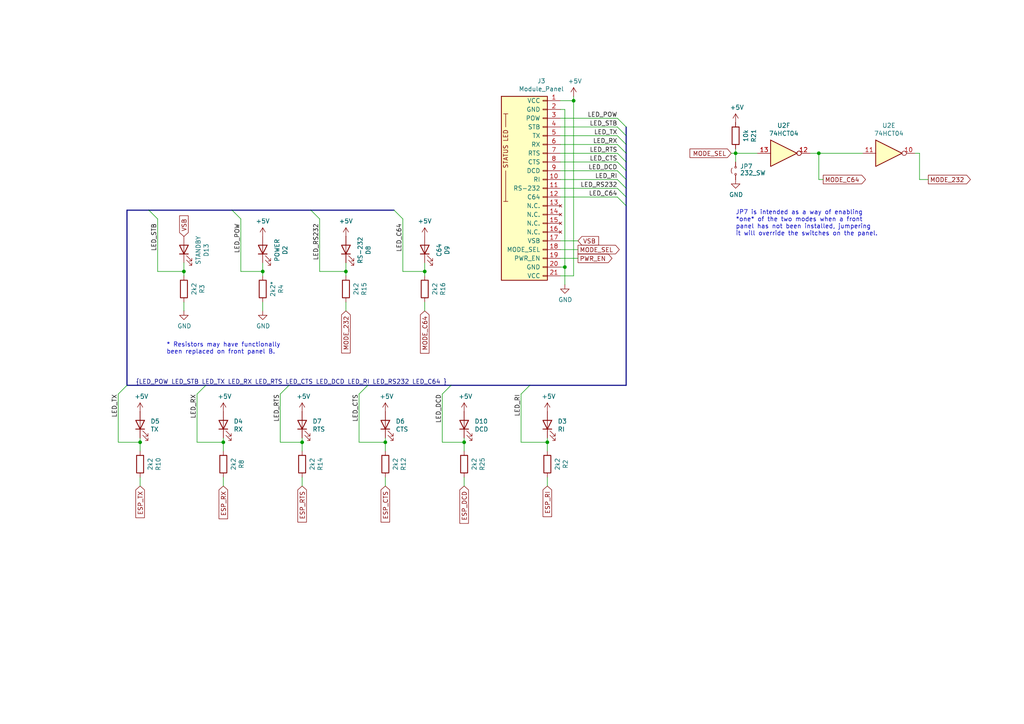
<source format=kicad_sch>
(kicad_sch (version 20231120) (generator "eeschema") (generator_version "8.0")
  (paper "A4")
  (title_block (title "BulkyModem-32 Module (Front Panel)") (comment 3 "LED resistor values are suggested safe values, but need to be adjusted for LEDs used.") (comment 4 "Front panel connector as well as circuitry for switches and LEDs."))
  (lib_symbols
    (symbol "74xx:74HCT04"
      (property "Reference" "U" (at 0 1.27 0))
      (property "Value" "74HCT04" (at 0 -1.27 0))
      (symbol "74HCT04_1_0"
        (polyline (pts (xy -3.81 3.81) (xy -3.81 -3.81) (xy 3.81 0) (xy -3.81 3.81)) (stroke (width 0.254)) (fill (type background)))
        (pin input line (at -7.62 0 0) (length 3.81) (name "~") (number "1"))
        (pin output inverted (at 7.62 0 180) (length 3.81) (name "~") (number "2"))
      )
      (symbol "74HCT04_2_0"
        (polyline (pts (xy -3.81 3.81) (xy -3.81 -3.81) (xy 3.81 0) (xy -3.81 3.81)) (stroke (width 0.254)) (fill (type background)))
        (pin input line (at -7.62 0 0) (length 3.81) (name "~") (number "3"))
        (pin output inverted (at 7.62 0 180) (length 3.81) (name "~") (number "4"))
      )
      (symbol "74HCT04_3_0"
        (polyline (pts (xy -3.81 3.81) (xy -3.81 -3.81) (xy 3.81 0) (xy -3.81 3.81)) (stroke (width 0.254)) (fill (type background)))
        (pin input line (at -7.62 0 0) (length 3.81) (name "~") (number "5"))
        (pin output inverted (at 7.62 0 180) (length 3.81) (name "~") (number "6"))
      )
      (symbol "74HCT04_4_0"
        (polyline (pts (xy -3.81 3.81) (xy -3.81 -3.81) (xy 3.81 0) (xy -3.81 3.81)) (stroke (width 0.254)) (fill (type background)))
        (pin output inverted (at 7.62 0 180) (length 3.81) (name "~") (number "8"))
        (pin input line (at -7.62 0 0) (length 3.81) (name "~") (number "9"))
      )
      (symbol "74HCT04_5_0"
        (polyline (pts (xy -3.81 3.81) (xy -3.81 -3.81) (xy 3.81 0) (xy -3.81 3.81)) (stroke (width 0.254)) (fill (type background)))
        (pin output inverted (at 7.62 0 180) (length 3.81) (name "~") (number "10"))
        (pin input line (at -7.62 0 0) (length 3.81) (name "~") (number "11"))
      )
      (symbol "74HCT04_6_0"
        (polyline (pts (xy -3.81 3.81) (xy -3.81 -3.81) (xy 3.81 0) (xy -3.81 3.81)) (stroke (width 0.254)) (fill (type background)))
        (pin output inverted (at 7.62 0 180) (length 3.81) (name "~") (number "12"))
        (pin input line (at -7.62 0 0) (length 3.81) (name "~") (number "13"))
      )
      (symbol "74HCT04_7_0"
        (pin power_in line (at 0 12.7 270) (length 5.08) (name "VCC") (number "14"))
        (pin power_in line (at 0 -12.7 90) (length 5.08) (name "GND") (number "7"))
      )
      (symbol "74HCT04_7_1"
        (rectangle (start -5.08 7.62) (end 5.08 -7.62) (stroke (width 0.254)) (fill (type background)))
      )
    )
    (symbol "BulkyModem:Module_Panel" (pin_names (offset 2.0066))
      (property "Reference" "J" (at 0 27.94 0))
      (property "Value" "Module_Panel" (at 0 -27.94 0))
      (symbol "Module_Panel_0_0"
        (polyline (pts (xy 10.795 -3.81) (xy 10.795 5.08)))
        (polyline (pts (xy 10.795 21.59) (xy 10.795 17.78)))
        (text "STATUS LED" (at 10.795 11.43 900) (effects (font (size 1.27 1.27))))
      )
      (symbol "Module_Panel_0_1"
        (rectangle (start -1.27 26.67) (end 12.065 -26.67) (stroke (width 0.254)) (fill (type background)))
        (polyline (pts (xy 10.16 21.59) (xy 11.43 21.59)))
        (polyline (pts (xy 11.43 -3.81) (xy 10.16 -3.81)))
      )
      (symbol "Module_Panel_1_1"
        (rectangle (start -1.27 -25.273) (end 0 -25.527) (stroke (width 0.1524)))
        (rectangle (start -1.27 -22.733) (end 0 -22.987) (stroke (width 0.1524)))
        (rectangle (start -1.27 -20.193) (end 0 -20.447) (stroke (width 0.1524)))
        (rectangle (start -1.27 -17.653) (end 0 -17.907) (stroke (width 0.1524)))
        (rectangle (start -1.27 -15.113) (end 0 -15.367) (stroke (width 0.1524)))
        (rectangle (start -1.27 -12.573) (end 0 -12.827) (stroke (width 0.1524)))
        (rectangle (start -1.27 -10.033) (end 0 -10.287) (stroke (width 0.1524)))
        (rectangle (start -1.27 -7.493) (end 0 -7.747) (stroke (width 0.1524)))
        (rectangle (start -1.27 -4.953) (end 0 -5.207) (stroke (width 0.1524)))
        (rectangle (start -1.27 -2.413) (end 0 -2.667) (stroke (width 0.1524)))
        (rectangle (start -1.27 0.127) (end 0 -0.127) (stroke (width 0.1524)))
        (rectangle (start -1.27 2.667) (end 0 2.413) (stroke (width 0.1524)))
        (rectangle (start -1.27 5.207) (end 0 4.953) (stroke (width 0.1524)))
        (rectangle (start -1.27 7.747) (end 0 7.493) (stroke (width 0.1524)))
        (rectangle (start -1.27 10.287) (end 0 10.033) (stroke (width 0.1524)))
        (rectangle (start -1.27 12.827) (end 0 12.573) (stroke (width 0.1524)))
        (rectangle (start -1.27 15.367) (end 0 15.113) (stroke (width 0.1524)))
        (rectangle (start -1.27 17.907) (end 0 17.653) (stroke (width 0.1524)))
        (rectangle (start -1.27 20.447) (end 0 20.193) (stroke (width 0.1524)))
        (rectangle (start -1.27 22.987) (end 0 22.733) (stroke (width 0.1524)))
        (rectangle (start -1.27 25.527) (end 0 25.273) (stroke (width 0.1524)))
        (pin power_in line (at -5.08 25.4 0) (length 3.81) (name "VCC") (number "1"))
        (pin passive line (at -5.08 2.54 0) (length 3.81) (name "RI") (number "10"))
        (pin passive line (at -5.08 0 0) (length 3.81) (name "RS-232") (number "11"))
        (pin passive line (at -5.08 -2.54 0) (length 3.81) (name "C64") (number "12"))
        (pin no_connect line (at -5.08 -5.08 0) (length 3.81) (name "N.C.") (number "13"))
        (pin no_connect line (at -5.08 -7.62 0) (length 3.81) (name "N.C.") (number "14"))
        (pin no_connect line (at -5.08 -10.16 0) (length 3.81) (name "N.C.") (number "15"))
        (pin no_connect line (at -5.08 -12.7 0) (length 3.81) (name "N.C.") (number "16"))
        (pin passive line (at -5.08 -15.24 0) (length 3.81) (name "VSB") (number "17"))
        (pin passive line (at -5.08 -17.78 0) (length 3.81) (name "MODE_SEL") (number "18"))
        (pin passive line (at -5.08 -20.32 0) (length 3.81) (name "PWR_EN") (number "19"))
        (pin power_in line (at -5.08 22.86 0) (length 3.81) (name "GND") (number "2"))
        (pin passive line (at -5.08 -22.86 0) (length 3.81) (name "GND") (number "20"))
        (pin passive line (at -5.08 -25.4 0) (length 3.81) (name "VCC") (number "21"))
        (pin passive line (at -5.08 20.32 0) (length 3.81) (name "POW") (number "3"))
        (pin passive line (at -5.08 17.78 0) (length 3.81) (name "STB") (number "4"))
        (pin passive line (at -5.08 15.24 0) (length 3.81) (name "TX") (number "5"))
        (pin passive line (at -5.08 12.7 0) (length 3.81) (name "RX") (number "6"))
        (pin passive line (at -5.08 10.16 0) (length 3.81) (name "RTS") (number "7"))
        (pin passive line (at -5.08 7.62 0) (length 3.81) (name "CTS") (number "8"))
        (pin passive line (at -5.08 5.08 0) (length 3.81) (name "DCD") (number "9"))
      )
    )
    (symbol "Device:LED" (pin_numbers hide) (pin_names (offset 1.016) hide)
      (property "Reference" "D" (at 0 2.54 0))
      (property "Value" "LED" (at 0 -2.54 0))
      (symbol "LED_0_1"
        (polyline (pts (xy -1.27 -1.27) (xy -1.27 1.27)) (stroke (width 0.254)))
        (polyline (pts (xy -1.27 0) (xy 1.27 0)))
        (polyline (pts (xy 1.27 -1.27) (xy 1.27 1.27) (xy -1.27 0) (xy 1.27 -1.27)) (stroke (width 0.254)))
        (polyline (pts (xy -3.048 -0.762) (xy -4.572 -2.286) (xy -3.81 -2.286) (xy -4.572 -2.286) (xy -4.572 -1.524)))
        (polyline (pts (xy -1.778 -0.762) (xy -3.302 -2.286) (xy -2.54 -2.286) (xy -3.302 -2.286) (xy -3.302 -1.524)))
      )
      (symbol "LED_1_1"
        (pin passive line (at -3.81 0 0) (length 2.54) (name "K") (number "1"))
        (pin passive line (at 3.81 0 180) (length 2.54) (name "A") (number "2"))
      )
    )
    (symbol "Device:R" (pin_numbers hide) (pin_names (offset 0))
      (property "Reference" "R" (at 2.032 0 90))
      (property "Value" "R" (at 0 0 90))
      (symbol "R_0_1"
        (rectangle (start -1.016 -2.54) (end 1.016 2.54) (stroke (width 0.254)))
      )
      (symbol "R_1_1"
        (pin passive line (at 0 3.81 270) (length 1.27) (name "~") (number "1"))
        (pin passive line (at 0 -3.81 90) (length 1.27) (name "~") (number "2"))
      )
    )
    (symbol "Jumper:Jumper_2_Small_Open" (pin_numbers hide) (pin_names (offset 0) hide) (exclude_from_sim yes)
      (property "Reference" "JP" (at 0 2.794 0))
      (property "Value" "Jumper_2_Small_Open" (at 0 -2.286 0))
      (symbol "Jumper_2_Small_Open_0_0"
        (circle (center -1.016 0) (radius 0.254))
        (circle (center 1.016 0) (radius 0.254))
      )
      (symbol "Jumper_2_Small_Open_0_1"
        (arc (start 0.762 1.0196) (mid 0 1.2729) (end -0.762 1.0196))
      )
      (symbol "Jumper_2_Small_Open_1_1"
        (pin passive line (at -2.54 0 0) (length 1.27) (name "A") (number "1"))
        (pin passive line (at 2.54 0 180) (length 1.27) (name "B") (number "2"))
      )
    )
    (symbol "power:+5V" (power) (pin_numbers hide) (pin_names (offset 0) hide)
      (property "Value" "+5V" (at 0 3.556 0))
      (symbol "+5V_0_1"
        (polyline (pts (xy -0.762 1.27) (xy 0 2.54)))
        (polyline (pts (xy 0 0) (xy 0 2.54)))
        (polyline (pts (xy 0 2.54) (xy 0.762 1.27)))
      )
      (symbol "+5V_1_1"
        (pin power_in line (at 0 0 90) (length 0) (name "~") (number "1"))
      )
    )
    (symbol "power:GND" (power) (pin_numbers hide) (pin_names (offset 0) hide)
      (property "Value" "GND" (at 0 -3.81 0))
      (symbol "GND_0_1"
        (polyline (pts (xy 0 0) (xy 0 -1.27) (xy 1.27 -1.27) (xy 0 -2.54) (xy -1.27 -1.27) (xy 0 -1.27)))
      )
      (symbol "GND_1_1"
        (pin power_in line (at 0 0 270) (length 0) (name "~") (number "1"))
      )
    )
  )
  (junction (at 40.64 128.27))
  (junction (at 76.2 78.74))
  (junction (at 111.76 128.27))
  (junction (at 64.77 128.27))
  (junction (at 87.63 128.27))
  (junction (at 166.37 29.21))
  (junction (at 53.34 78.74))
  (junction (at 237.49 44.45))
  (junction (at 163.83 77.47))
  (junction (at 123.19 78.74))
  (junction (at 213.36 44.45))
  (junction (at 100.33 78.74))
  (junction (at 158.75 128.27))
  (junction (at 134.62 128.27))
  (bus_entry (at 181.61 59.69) (size -2.54 -2.54))
  (bus_entry (at 114.3 60.96) (size 2.54 2.54))
  (bus_entry (at 106.68 111.76) (size -2.54 2.54))
  (bus_entry (at 181.61 49.53) (size -2.54 -2.54))
  (bus_entry (at 181.61 39.37) (size -2.54 -2.54))
  (bus_entry (at 67.31 60.96) (size 2.54 2.54))
  (bus_entry (at 83.82 111.76) (size -2.54 2.54))
  (bus_entry (at 181.61 52.07) (size -2.54 -2.54))
  (bus_entry (at 153.67 111.76) (size -2.54 2.54))
  (bus_entry (at 36.83 111.76) (size -2.54 2.54))
  (bus_entry (at 59.69 111.76) (size -2.54 2.54))
  (bus_entry (at 181.61 54.61) (size -2.54 -2.54))
  (bus_entry (at 43.18 60.96) (size 2.54 2.54))
  (bus_entry (at 181.61 57.15) (size -2.54 -2.54))
  (bus_entry (at 181.61 44.45) (size -2.54 -2.54))
  (bus_entry (at 181.61 46.99) (size -2.54 -2.54))
  (bus_entry (at 181.61 41.91) (size -2.54 -2.54))
  (bus_entry (at 181.61 36.83) (size -2.54 -2.54))
  (bus_entry (at 130.81 111.76) (size -2.54 2.54))
  (bus_entry (at 90.17 60.96) (size 2.54 2.54))
  (wire (pts (xy 134.62 128.27) (xy 134.62 130.81)))
  (wire (pts (xy 64.77 128.27) (xy 64.77 130.81)))
  (wire (pts (xy 111.76 128.27) (xy 111.76 130.81)))
  (wire (pts (xy 81.28 128.27) (xy 81.28 114.3)))
  (bus (pts (xy 36.83 60.96) (xy 43.18 60.96)))
  (wire (pts (xy 128.27 128.27) (xy 128.27 114.3)))
  (wire (pts (xy 116.84 78.74) (xy 123.19 78.74)))
  (wire (pts (xy 167.64 72.39) (xy 162.56 72.39)))
  (wire (pts (xy 269.24 52.07) (xy 266.7 52.07)))
  (wire (pts (xy 116.84 78.74) (xy 116.84 63.5)))
  (wire (pts (xy 162.56 41.91) (xy 179.07 41.91)))
  (wire (pts (xy 213.36 44.45) (xy 219.71 44.45)))
  (wire (pts (xy 100.33 87.63) (xy 100.33 90.17)))
  (wire (pts (xy 40.64 127) (xy 40.64 128.27)))
  (bus (pts (xy 181.61 46.99) (xy 181.61 49.53)))
  (wire (pts (xy 87.63 127) (xy 87.63 128.27)))
  (bus (pts (xy 181.61 52.07) (xy 181.61 54.61)))
  (wire (pts (xy 76.2 76.2) (xy 76.2 78.74)))
  (bus (pts (xy 36.83 60.96) (xy 36.83 111.76)))
  (bus (pts (xy 83.82 111.76) (xy 106.68 111.76)))
  (wire (pts (xy 123.19 87.63) (xy 123.19 90.17)))
  (wire (pts (xy 166.37 29.21) (xy 166.37 27.94)))
  (wire (pts (xy 111.76 127) (xy 111.76 128.27)))
  (wire (pts (xy 92.71 78.74) (xy 92.71 63.5)))
  (wire (pts (xy 162.56 80.01) (xy 166.37 80.01)))
  (wire (pts (xy 134.62 127) (xy 134.62 128.27)))
  (wire (pts (xy 162.56 36.83) (xy 179.07 36.83)))
  (wire (pts (xy 158.75 128.27) (xy 158.75 130.81)))
  (wire (pts (xy 104.14 128.27) (xy 104.14 114.3)))
  (bus (pts (xy 130.81 111.76) (xy 153.67 111.76)))
  (bus (pts (xy 181.61 39.37) (xy 181.61 41.91)))
  (wire (pts (xy 111.76 138.43) (xy 111.76 140.97)))
  (wire (pts (xy 69.85 78.74) (xy 76.2 78.74)))
  (wire (pts (xy 162.56 52.07) (xy 179.07 52.07)))
  (wire (pts (xy 53.34 87.63) (xy 53.34 90.17)))
  (wire (pts (xy 45.72 78.74) (xy 53.34 78.74)))
  (wire (pts (xy 87.63 138.43) (xy 87.63 140.97)))
  (wire (pts (xy 123.19 78.74) (xy 123.19 80.01)))
  (bus (pts (xy 106.68 111.76) (xy 130.81 111.76)))
  (bus (pts (xy 181.61 49.53) (xy 181.61 52.07)))
  (wire (pts (xy 123.19 76.2) (xy 123.19 78.74)))
  (wire (pts (xy 162.56 74.93) (xy 167.64 74.93)))
  (wire (pts (xy 81.28 128.27) (xy 87.63 128.27)))
  (wire (pts (xy 34.29 128.27) (xy 40.64 128.27)))
  (bus (pts (xy 43.18 60.96) (xy 67.31 60.96)))
  (bus (pts (xy 59.69 111.76) (xy 83.82 111.76)))
  (bus (pts (xy 181.61 59.69) (xy 181.61 111.76)))
  (wire (pts (xy 104.14 128.27) (xy 111.76 128.27)))
  (wire (pts (xy 151.13 128.27) (xy 158.75 128.27)))
  (wire (pts (xy 100.33 78.74) (xy 100.33 80.01)))
  (wire (pts (xy 134.62 138.43) (xy 134.62 140.97)))
  (bus (pts (xy 181.61 41.91) (xy 181.61 44.45)))
  (wire (pts (xy 128.27 128.27) (xy 134.62 128.27)))
  (bus (pts (xy 181.61 54.61) (xy 181.61 57.15)))
  (wire (pts (xy 40.64 138.43) (xy 40.64 140.97)))
  (wire (pts (xy 57.15 128.27) (xy 57.15 114.3)))
  (wire (pts (xy 76.2 87.63) (xy 76.2 90.17)))
  (wire (pts (xy 40.64 128.27) (xy 40.64 130.81)))
  (wire (pts (xy 92.71 78.74) (xy 100.33 78.74)))
  (wire (pts (xy 162.56 57.15) (xy 179.07 57.15)))
  (wire (pts (xy 162.56 77.47) (xy 163.83 77.47)))
  (wire (pts (xy 163.83 77.47) (xy 163.83 82.55)))
  (wire (pts (xy 237.49 52.07) (xy 238.76 52.07)))
  (wire (pts (xy 266.7 44.45) (xy 266.7 52.07)))
  (wire (pts (xy 53.34 78.74) (xy 53.34 80.01)))
  (bus (pts (xy 36.83 111.76) (xy 59.69 111.76)))
  (wire (pts (xy 53.34 76.2) (xy 53.34 78.74)))
  (wire (pts (xy 100.33 76.2) (xy 100.33 78.74)))
  (bus (pts (xy 181.61 44.45) (xy 181.61 46.99)))
  (wire (pts (xy 213.36 44.45) (xy 213.36 43.18)))
  (wire (pts (xy 162.56 34.29) (xy 179.07 34.29)))
  (wire (pts (xy 213.36 46.99) (xy 213.36 44.45)))
  (wire (pts (xy 64.77 127) (xy 64.77 128.27)))
  (wire (pts (xy 237.49 44.45) (xy 237.49 52.07)))
  (wire (pts (xy 158.75 138.43) (xy 158.75 140.97)))
  (wire (pts (xy 163.83 31.75) (xy 163.83 77.47)))
  (wire (pts (xy 69.85 78.74) (xy 69.85 63.5)))
  (wire (pts (xy 167.64 69.85) (xy 162.56 69.85)))
  (wire (pts (xy 162.56 49.53) (xy 179.07 49.53)))
  (wire (pts (xy 212.09 44.45) (xy 213.36 44.45)))
  (wire (pts (xy 87.63 128.27) (xy 87.63 130.81)))
  (bus (pts (xy 181.61 36.83) (xy 181.61 39.37)))
  (wire (pts (xy 162.56 29.21) (xy 166.37 29.21)))
  (wire (pts (xy 64.77 138.43) (xy 64.77 140.97)))
  (wire (pts (xy 166.37 29.21) (xy 166.37 80.01)))
  (wire (pts (xy 250.19 44.45) (xy 237.49 44.45)))
  (wire (pts (xy 162.56 46.99) (xy 179.07 46.99)))
  (wire (pts (xy 45.72 78.74) (xy 45.72 63.5)))
  (wire (pts (xy 76.2 78.74) (xy 76.2 80.01)))
  (wire (pts (xy 34.29 128.27) (xy 34.29 114.3)))
  (wire (pts (xy 162.56 44.45) (xy 179.07 44.45)))
  (bus (pts (xy 90.17 60.96) (xy 114.3 60.96)))
  (wire (pts (xy 57.15 128.27) (xy 64.77 128.27)))
  (wire (pts (xy 162.56 39.37) (xy 179.07 39.37)))
  (wire (pts (xy 266.7 44.45) (xy 265.43 44.45)))
  (bus (pts (xy 67.31 60.96) (xy 90.17 60.96)))
  (bus (pts (xy 181.61 57.15) (xy 181.61 59.69)))
  (wire (pts (xy 162.56 54.61) (xy 179.07 54.61)))
  (wire (pts (xy 163.83 31.75) (xy 162.56 31.75)))
  (wire (pts (xy 151.13 128.27) (xy 151.13 114.3)))
  (wire (pts (xy 158.75 127) (xy 158.75 128.27)))
  (wire (pts (xy 234.95 44.45) (xy 237.49 44.45)))
  (bus (pts (xy 153.67 111.76) (xy 181.61 111.76)))
  (text "* Resistors may have functionally\nbeen replaced on front panel B." (at 48.26 102.87 0) (effects (font (size 1.27 1.27)) (justify left bottom)))
  (text "JP7 is intended as a way of enabling\n*one* of the two modes when a front\npanel has not been installed, jumpering\nit will override the switches on the panel." (at 213.36 68.58 0) (effects (font (size 1.27 1.27)) (justify left bottom)))
  (label "LED_C64" (at 116.84 64.77 270))
  (label "LED_RI" (at 179.07 52.07 180))
  (label "LED_STB" (at 179.07 36.83 180))
  (label "LED_RTS" (at 81.28 114.3 270))
  (label "LED_C64" (at 179.07 57.15 180))
  (label "LED_TX" (at 34.29 114.3 270))
  (label "LED_RX" (at 57.15 114.3 270))
  (label "LED_RX" (at 179.07 41.91 180))
  (label "LED_POW" (at 179.07 34.29 180))
  (label "LED_DCD" (at 179.07 49.53 180))
  (label "LED_RS232" (at 179.07 54.61 180))
  (label "LED_STB" (at 45.72 64.77 270))
  (label "LED_RI" (at 151.13 114.3 270))
  (label "LED_TX" (at 179.07 39.37 180))
  (label "LED_CTS" (at 104.14 114.3 270))
  (label "LED_POW" (at 69.85 64.77 270))
  (label "LED_RTS" (at 179.07 44.45 180))
  (label "LED_CTS" (at 179.07 46.99 180))
  (label "{LED_POW LED_STB LED_TX LED_RX LED_RTS LED_CTS LED_DCD LED_RI LED_RS232 LED_C64 }" (at 39.37 111.76 0))
  (label "LED_DCD" (at 128.27 114.3 270))
  (label "LED_RS232" (at 92.71 64.77 270))
  (global_label "ESP_TX" (shape input) (at 40.64 140.97 270) (property "Intersheetrefs" "${INTERSHEET_REFS}" (effects (hide yes))))
  (global_label "MODE_C64" (shape input) (at 123.19 90.17 270) (property "Intersheetrefs" "${INTERSHEET_REFS}" (effects (hide yes))))
  (global_label "MODE_232" (shape input) (at 100.33 90.17 270) (property "Intersheetrefs" "${INTERSHEET_REFS}" (effects (hide yes))))
  (global_label "MODE_232" (shape output) (at 269.24 52.07 0) (property "Intersheetrefs" "${INTERSHEET_REFS}" (effects (hide yes))))
  (global_label "PWR_EN" (shape output) (at 167.64 74.93 0) (property "Intersheetrefs" "${INTERSHEET_REFS}" (effects (hide yes))))
  (global_label "ESP_DCD" (shape input) (at 134.62 140.97 270) (property "Intersheetrefs" "${INTERSHEET_REFS}" (effects (hide yes))))
  (global_label "ESP_RI" (shape input) (at 158.75 140.97 270) (property "Intersheetrefs" "${INTERSHEET_REFS}" (effects (hide yes))))
  (global_label "ESP_CTS" (shape input) (at 111.76 140.97 270) (property "Intersheetrefs" "${INTERSHEET_REFS}" (effects (hide yes))))
  (global_label "ESP_RTS" (shape input) (at 87.63 140.97 270) (property "Intersheetrefs" "${INTERSHEET_REFS}" (effects (hide yes))))
  (global_label "MODE_SEL" (shape output) (at 167.64 72.39 0) (property "Intersheetrefs" "${INTERSHEET_REFS}" (effects (hide yes))))
  (global_label "VSB" (shape input) (at 53.34 68.58 90) (property "Intersheetrefs" "${INTERSHEET_REFS}" (effects (hide yes))))
  (global_label "VSB" (shape input) (at 167.64 69.85 0) (property "Intersheetrefs" "${INTERSHEET_REFS}" (effects (hide yes))))
  (global_label "MODE_C64" (shape output) (at 238.76 52.07 0) (property "Intersheetrefs" "${INTERSHEET_REFS}" (effects (hide yes))))
  (global_label "ESP_RX" (shape input) (at 64.77 140.97 270) (property "Intersheetrefs" "${INTERSHEET_REFS}" (effects (hide yes))))
  (global_label "MODE_SEL" (shape input) (at 212.09 44.45 180) (property "Intersheetrefs" "${INTERSHEET_REFS}" (effects (hide yes))))
  (symbol (lib_id "Device:R") (at 213.36 39.37 180) (unit 1)
    (property "Reference" "R21" (at 218.6178 39.37 90))
    (property "Value" "10k" (at 216.3064 39.37 90))
    (property "Footprint" "resistor:R_Axial_DIN0207_L6.3mm_D2.5mm_P10.16mm_Horizontal" (effects (hide yes)))
    (property "Description" "Resistor" (effects (hide yes)))
  )
  (symbol (lib_id "power:+5V") (at 213.36 35.56 0) (unit 1)
    (property "Reference" "#PWR02" (effects (hide yes)))
    (property "Value" "+5V" (at 213.741 31.1658 0))
    (property "Description" "Power symbol creates a global label with name \"+5V\"" (effects (hide yes)))
  )
  (symbol (lib_id "Jumper:Jumper_2_Small_Open") (at 213.36 49.53 90) (unit 1) (exclude_from_sim yes)
    (property "Reference" "JP7" (at 214.63 48.26 90) (effects (justify right)))
    (property "Value" "232_SW" (at 214.63 50.165 90) (effects (justify right)))
    (property "Footprint" "Connector_PinHeader_2.54mm:PinHeader_1x02_P2.54mm_Vertical" (effects (hide yes)))
    (property "Description" "Jumper, 2-pole, small symbol, open" (effects (hide yes)))
  )
  (symbol (lib_id "power:GND") (at 213.36 52.07 0) (unit 1)
    (property "Reference" "#PWR04" (effects (hide yes)))
    (property "Value" "GND" (at 213.487 56.4642 0))
    (property "Description" "Power symbol creates a global label with name \"GND\" , ground" (effects (hide yes)))
  )
  (symbol (lib_id "Device:R") (at 134.62 134.62 180) (unit 1)
    (property "Reference" "R25" (at 139.8778 134.62 90))
    (property "Value" "2k2" (at 137.5664 134.62 90))
    (property "Footprint" "resistor:R_Axial_DIN0207_L6.3mm_D2.5mm_P10.16mm_Horizontal" (effects (hide yes)))
    (property "Description" "Resistor" (effects (hide yes)))
  )
  (symbol (lib_id "Device:LED") (at 134.62 123.19 90) (unit 1)
    (property "Reference" "D10" (at 137.6172 122.1994 90) (effects (justify right)))
    (property "Value" "DCD" (at 137.6172 124.5108 90) (effects (justify right)))
    (property "Footprint" "LED_THT:LED_D3.0mm" (effects (hide yes)))
    (property "Description" "Light emitting diode" (effects (hide yes)))
  )
  (symbol (lib_id "power:+5V") (at 134.62 119.38 0) (unit 1)
    (property "Reference" "#PWR0138" (effects (hide yes)))
    (property "Value" "+5V" (at 135.001 114.9858 0))
    (property "Description" "Power symbol creates a global label with name \"+5V\"" (effects (hide yes)))
  )
  (symbol (lib_id "Device:R") (at 158.75 134.62 180) (unit 1)
    (property "Reference" "R2" (at 164.0078 134.62 90))
    (property "Value" "2k2" (at 161.6964 134.62 90))
    (property "Footprint" "resistor:R_Axial_DIN0207_L6.3mm_D2.5mm_P10.16mm_Horizontal" (effects (hide yes)))
    (property "Description" "Resistor" (effects (hide yes)))
  )
  (symbol (lib_id "Device:LED") (at 158.75 123.19 90) (unit 1)
    (property "Reference" "D3" (at 161.7472 122.1994 90) (effects (justify right)))
    (property "Value" "RI" (at 161.7472 124.5108 90) (effects (justify right)))
    (property "Footprint" "LED_THT:LED_D3.0mm" (effects (hide yes)))
    (property "Description" "Light emitting diode" (effects (hide yes)))
  )
  (symbol (lib_id "power:+5V") (at 158.75 119.38 0) (unit 1)
    (property "Reference" "#PWR0118" (effects (hide yes)))
    (property "Value" "+5V" (at 159.131 114.9858 0))
    (property "Description" "Power symbol creates a global label with name \"+5V\"" (effects (hide yes)))
  )
  (symbol (lib_id "BulkyModem:Module_Panel") (at 157.48 54.61 0) (mirror y) (unit 1)
    (property "Reference" "J3" (at 157.0228 23.495 0))
    (property "Value" "Module_Panel" (at 157.0228 25.8064 0))
    (property "Footprint" "BulkyModem:Module_Panel" (effects (hide yes)))
    (property "Description" "Generic connector, single row, 01x21, script generated (kicad-library-utils/schlib/autogen/connector/)" (effects (hide yes)))
  )
  (symbol (lib_id "power:GND") (at 163.83 82.55 0) (unit 1)
    (property "Reference" "#PWR0116" (effects (hide yes)))
    (property "Value" "GND" (at 163.957 86.9442 0))
    (property "Description" "Power symbol creates a global label with name \"GND\" , ground" (effects (hide yes)))
  )
  (symbol (lib_id "power:+5V") (at 166.37 27.94 0) (unit 1)
    (property "Reference" "#PWR0117" (effects (hide yes)))
    (property "Value" "+5V" (at 166.751 23.5458 0))
    (property "Description" "Power symbol creates a global label with name \"+5V\"" (effects (hide yes)))
  )
  (symbol (lib_id "power:GND") (at 76.2 90.17 0) (unit 1)
    (property "Reference" "#PWR0121" (effects (hide yes)))
    (property "Value" "GND" (at 76.327 94.5642 0))
    (property "Description" "Power symbol creates a global label with name \"GND\" , ground" (effects (hide yes)))
  )
  (symbol (lib_id "Device:R") (at 76.2 83.82 180) (unit 1)
    (property "Reference" "R4" (at 81.4578 83.82 90))
    (property "Value" "2k2*" (at 79.1464 83.82 90))
    (property "Footprint" "resistor:R_Axial_DIN0207_L6.3mm_D2.5mm_P10.16mm_Horizontal" (effects (hide yes)))
    (property "Description" "Resistor" (effects (hide yes)))
  )
  (symbol (lib_id "Device:LED") (at 76.2 72.39 90) (unit 1)
    (property "Reference" "D2" (at 82.677 72.5678 0))
    (property "Value" "POWER" (at 80.3656 72.5678 0))
    (property "Footprint" "LED_THT:LED_D3.0mm" (effects (hide yes)))
    (property "Description" "Light emitting diode" (effects (hide yes)))
  )
  (symbol (lib_id "power:+5V") (at 76.2 68.58 0) (unit 1)
    (property "Reference" "#PWR0122" (effects (hide yes)))
    (property "Value" "+5V" (at 76.2 64.135 0))
    (property "Description" "Power symbol creates a global label with name \"+5V\"" (effects (hide yes)))
  )
  (symbol (lib_id "Device:R") (at 40.64 134.62 180) (unit 1)
    (property "Reference" "R10" (at 45.8978 134.62 90))
    (property "Value" "2k2" (at 43.5864 134.62 90))
    (property "Footprint" "resistor:R_Axial_DIN0207_L6.3mm_D2.5mm_P10.16mm_Horizontal" (effects (hide yes)))
    (property "Description" "Resistor" (effects (hide yes)))
  )
  (symbol (lib_id "Device:LED") (at 40.64 123.19 90) (unit 1)
    (property "Reference" "D5" (at 43.6372 122.1994 90) (effects (justify right)))
    (property "Value" "TX" (at 43.6372 124.5108 90) (effects (justify right)))
    (property "Footprint" "LED_THT:LED_D3.0mm" (effects (hide yes)))
    (property "Description" "Light emitting diode" (effects (hide yes)))
  )
  (symbol (lib_id "power:+5V") (at 40.64 119.38 0) (unit 1)
    (property "Reference" "#PWR0124" (effects (hide yes)))
    (property "Value" "+5V" (at 41.021 114.9858 0))
    (property "Description" "Power symbol creates a global label with name \"+5V\"" (effects (hide yes)))
  )
  (symbol (lib_id "Device:R") (at 64.77 134.62 180) (unit 1)
    (property "Reference" "R8" (at 70.0278 134.62 90))
    (property "Value" "2k2" (at 67.7164 134.62 90))
    (property "Footprint" "resistor:R_Axial_DIN0207_L6.3mm_D2.5mm_P10.16mm_Horizontal" (effects (hide yes)))
    (property "Description" "Resistor" (effects (hide yes)))
  )
  (symbol (lib_id "Device:LED") (at 64.77 123.19 90) (unit 1)
    (property "Reference" "D4" (at 67.7672 122.1994 90) (effects (justify right)))
    (property "Value" "RX" (at 67.7672 124.5108 90) (effects (justify right)))
    (property "Footprint" "LED_THT:LED_D3.0mm" (effects (hide yes)))
    (property "Description" "Light emitting diode" (effects (hide yes)))
  )
  (symbol (lib_id "power:+5V") (at 64.77 119.38 0) (unit 1)
    (property "Reference" "#PWR0126" (effects (hide yes)))
    (property "Value" "+5V" (at 65.151 114.9858 0))
    (property "Description" "Power symbol creates a global label with name \"+5V\"" (effects (hide yes)))
  )
  (symbol (lib_id "Device:R") (at 111.76 134.62 180) (unit 1)
    (property "Reference" "R12" (at 117.0178 134.62 90))
    (property "Value" "2k2" (at 114.7064 134.62 90))
    (property "Footprint" "resistor:R_Axial_DIN0207_L6.3mm_D2.5mm_P10.16mm_Horizontal" (effects (hide yes)))
    (property "Description" "Resistor" (effects (hide yes)))
  )
  (symbol (lib_id "Device:LED") (at 111.76 123.19 90) (unit 1)
    (property "Reference" "D6" (at 114.7572 122.1994 90) (effects (justify right)))
    (property "Value" "CTS" (at 114.7572 124.5108 90) (effects (justify right)))
    (property "Footprint" "LED_THT:LED_D3.0mm" (effects (hide yes)))
    (property "Description" "Light emitting diode" (effects (hide yes)))
  )
  (symbol (lib_id "power:+5V") (at 111.76 119.38 0) (unit 1)
    (property "Reference" "#PWR0128" (effects (hide yes)))
    (property "Value" "+5V" (at 112.141 114.9858 0))
    (property "Description" "Power symbol creates a global label with name \"+5V\"" (effects (hide yes)))
  )
  (symbol (lib_id "Device:R") (at 87.63 134.62 180) (unit 1)
    (property "Reference" "R14" (at 92.8878 134.62 90))
    (property "Value" "2k2" (at 90.5764 134.62 90))
    (property "Footprint" "resistor:R_Axial_DIN0207_L6.3mm_D2.5mm_P10.16mm_Horizontal" (effects (hide yes)))
    (property "Description" "Resistor" (effects (hide yes)))
  )
  (symbol (lib_id "Device:LED") (at 87.63 123.19 90) (unit 1)
    (property "Reference" "D7" (at 90.6272 122.1994 90) (effects (justify right)))
    (property "Value" "RTS" (at 90.6272 124.5108 90) (effects (justify right)))
    (property "Footprint" "LED_THT:LED_D3.0mm" (effects (hide yes)))
    (property "Description" "Light emitting diode" (effects (hide yes)))
  )
  (symbol (lib_id "power:+5V") (at 87.63 119.38 0) (unit 1)
    (property "Reference" "#PWR0130" (effects (hide yes)))
    (property "Value" "+5V" (at 88.011 114.9858 0))
    (property "Description" "Power symbol creates a global label with name \"+5V\"" (effects (hide yes)))
  )
  (symbol (lib_id "Device:R") (at 100.33 83.82 180) (unit 1)
    (property "Reference" "R15" (at 105.5878 83.82 90))
    (property "Value" "2k2" (at 103.2764 83.82 90))
    (property "Footprint" "resistor:R_Axial_DIN0207_L6.3mm_D2.5mm_P10.16mm_Horizontal" (effects (hide yes)))
    (property "Description" "Resistor" (effects (hide yes)))
  )
  (symbol (lib_id "Device:LED") (at 100.33 72.39 90) (unit 1)
    (property "Reference" "D8" (at 106.807 72.5678 0))
    (property "Value" "RS-232" (at 104.4956 72.5678 0))
    (property "Footprint" "LED_THT:LED_D3.0mm" (effects (hide yes)))
    (property "Description" "Light emitting diode" (effects (hide yes)))
  )
  (symbol (lib_id "power:+5V") (at 100.33 68.58 0) (unit 1)
    (property "Reference" "#PWR0131" (effects (hide yes)))
    (property "Value" "+5V" (at 100.33 64.135 0))
    (property "Description" "Power symbol creates a global label with name \"+5V\"" (effects (hide yes)))
  )
  (symbol (lib_id "Device:LED") (at 123.19 72.39 90) (unit 1)
    (property "Reference" "D9" (at 129.667 72.5678 0))
    (property "Value" "C64" (at 127.3556 72.5678 0))
    (property "Footprint" "LED_THT:LED_D3.0mm" (effects (hide yes)))
    (property "Description" "Light emitting diode" (effects (hide yes)))
  )
  (symbol (lib_id "power:+5V") (at 123.19 68.58 0) (unit 1)
    (property "Reference" "#PWR0132" (effects (hide yes)))
    (property "Value" "+5V" (at 123.19 64.135 0))
    (property "Description" "Power symbol creates a global label with name \"+5V\"" (effects (hide yes)))
  )
  (symbol (lib_id "Device:R") (at 123.19 83.82 180) (unit 1)
    (property "Reference" "R16" (at 128.4478 83.82 90))
    (property "Value" "2k2" (at 126.1364 83.82 90))
    (property "Footprint" "resistor:R_Axial_DIN0207_L6.3mm_D2.5mm_P10.16mm_Horizontal" (effects (hide yes)))
    (property "Description" "Resistor" (effects (hide yes)))
  )
  (symbol (lib_id "Device:LED") (at 53.34 72.39 90) (unit 1)
    (property "Reference" "D13" (at 59.817 72.5678 0))
    (property "Value" "STANDBY" (at 57.5056 72.5678 0))
    (property "Footprint" "LED_THT:LED_D3.0mm" (effects (hide yes)))
    (property "Description" "Light emitting diode" (effects (hide yes)))
  )
  (symbol (lib_id "Device:R") (at 53.34 83.82 180) (unit 1)
    (property "Reference" "R3" (at 58.5978 83.82 90))
    (property "Value" "2k2" (at 56.2864 83.82 90))
    (property "Footprint" "resistor:R_Axial_DIN0207_L6.3mm_D2.5mm_P10.16mm_Horizontal" (effects (hide yes)))
    (property "Description" "Resistor" (effects (hide yes)))
  )
  (symbol (lib_id "power:GND") (at 53.34 90.17 0) (unit 1)
    (property "Reference" "#PWR0109" (effects (hide yes)))
    (property "Value" "GND" (at 53.467 94.5642 0))
    (property "Description" "Power symbol creates a global label with name \"GND\" , ground" (effects (hide yes)))
  )
  (symbol (lib_id "74xx:74HCT04") (at 227.33 44.45 0) (unit 6)
    (property "Reference" "U2" (at 227.33 36.3982 0))
    (property "Value" "74HCT04" (at 227.33 38.7096 0))
    (property "Footprint" "Package_DIP:DIP-14_W7.62mm_Socket_LongPads" (effects (hide yes)))
    (property "Datasheet" "https://assets.nexperia.com/documents/data-sheet/74HC_HCT04.pdf" (effects (hide yes)))
    (property "Description" "Hex Inverter" (effects (hide yes)))
  )
  (symbol (lib_id "74xx:74HCT04") (at 257.81 44.45 0) (unit 5)
    (property "Reference" "U2" (at 257.81 36.3982 0))
    (property "Value" "74HCT04" (at 257.81 38.7096 0))
    (property "Footprint" "Package_DIP:DIP-14_W7.62mm_Socket_LongPads" (effects (hide yes)))
    (property "Datasheet" "https://assets.nexperia.com/documents/data-sheet/74HC_HCT04.pdf" (effects (hide yes)))
    (property "Description" "Hex Inverter" (effects (hide yes)))
  )
)
</source>
